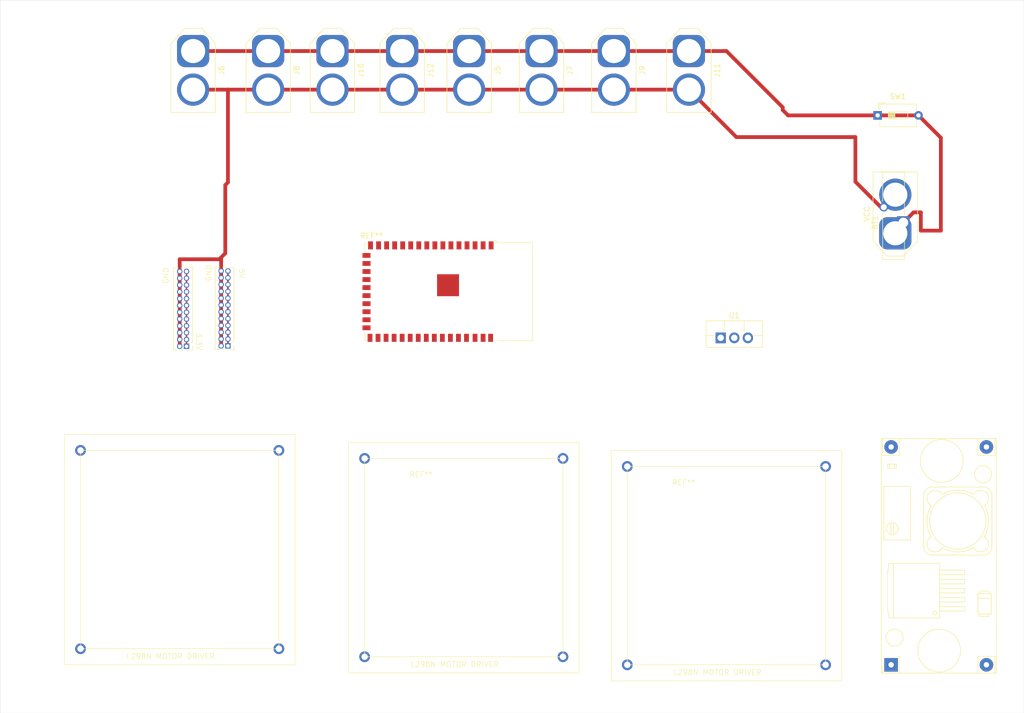
<source format=kicad_pcb>
(kicad_pcb (version 20240108) (generator "pcbnew") (generator_version "8.0")
  (layers (0 "F.Cu" signal) (31 "B.Cu" signal) (34 "B.Paste" user) (35 "F.Paste" user) (36 "B.SilkS" user "B.Silkscreen") (37 "F.SilkS" user "F.Silkscreen") (38 "B.Mask" user) (39 "F.Mask" user) (44 "Edge.Cuts" user))
  (net 0 "")
  (net 1 "/GND")
  (net 2 "/VCC")
  (net 3 "/3.3V")
  (net 4 "/5V")
  (footprint "Connector_AMASS:AMASS_XT60-M_1x02_P7.20mm_Vertical" (layer "F.Cu") (at 115.5 39.5 -90)
    (property "Reference" "J12" (at 3.6 -5.3 90) (layer "F.SilkS"))
    (property "Value" "ST_01x02")
    (fp_line (start -1.4 4.15) (end 11.45 4.15) (stroke (width 0.12)) (layer "F.SilkS"))
    (fp_line (start 11.45 4.15) (end 11.45 -4.15) (stroke (width 0.12)) (layer "F.SilkS"))
    (fp_line (start -4.25 1.55) (end -1.4 4.15) (stroke (width 0.12)) (layer "F.SilkS"))
    (fp_line (start -4.25 -1.6) (end -4.25 1.55) (stroke (width 0.12)) (layer "F.SilkS"))
    (fp_line (start -1.4 -4.15) (end -4.25 -1.6) (stroke (width 0.12)) (layer "F.SilkS"))
    (fp_line (start 11.45 -4.15) (end -1.4 -4.15) (stroke (width 0.12)) (layer "F.SilkS"))
    (pad "1" thru_hole roundrect (at 0 0 270) (size 6 6) (drill 4.5) (layers "*.Cu" "*.Mask") (net 2 "/VCC"))
    (pad "2" thru_hole circle (at 7.2 0 270) (size 6 6) (drill 4.5) (layers "*.Cu" "*.Mask") (net 1 "/GND"))
  )
  (footprint "motor_driver_nex6:motor_driver_nex6" (layer "F.Cu") (at 168 120.5)
    (property "Reference" "REF**" (at 0 -0.5 0) (layer "F.SilkS") (effects (font (thickness 0.1))))
    (fp_rect (start -13.5 -6.5) (end 29.5 36.5) (stroke (width 0.1)) (fill none) (layer "F.SilkS"))
    (fp_rect (start -10.5 -3.5) (end 26.5 33.5) (stroke (width 0.1)) (fill none) (layer "F.SilkS"))
    (fp_text user "L298N MOTOR DRIVER" (at -2 35.5 0) (layer "F.SilkS") (effects (font (thickness 0.1)) (justify left bottom)))
    (pad "1" thru_hole circle (at 26.5 -3.5) (size 2 2) (drill 1.2) (layers "*.Cu" "*.Mask"))
    (pad "2" thru_hole circle (at -10.5 -3.5) (size 2 2) (drill 1.2) (layers "*.Cu" "*.Mask"))
    (pad "3" thru_hole circle (at -10.5 33.5) (size 2 2) (drill 1.2) (layers "*.Cu" "*.Mask"))
    (pad "4" thru_hole circle (at 26.5 33.5) (size 2 2) (drill 1.2) (layers "*.Cu" "*.Mask"))
  )
  (footprint "Connector_AMASS:AMASS_XT60-M_1x02_P7.20mm_Vertical" (layer "F.Cu") (at 169 39.5 -90)
    (property "Reference" "J11" (at 3.6 -5.3 90) (layer "F.SilkS"))
    (property "Value" "ST_01x02")
    (fp_line (start -1.4 4.15) (end 11.45 4.15) (stroke (width 0.12)) (layer "F.SilkS"))
    (fp_line (start 11.45 4.15) (end 11.45 -4.15) (stroke (width 0.12)) (layer "F.SilkS"))
    (fp_line (start -4.25 1.55) (end -1.4 4.15) (stroke (width 0.12)) (layer "F.SilkS"))
    (fp_line (start -4.25 -1.6) (end -4.25 1.55) (stroke (width 0.12)) (layer "F.SilkS"))
    (fp_line (start -1.4 -4.15) (end -4.25 -1.6) (stroke (width 0.12)) (layer "F.SilkS"))
    (fp_line (start 11.45 -4.15) (end -1.4 -4.15) (stroke (width 0.12)) (layer "F.SilkS"))
    (pad "1" thru_hole roundrect (at 0 0 270) (size 6 6) (drill 4.5) (layers "*.Cu" "*.Mask") (net 2 "/VCC"))
    (pad "2" thru_hole circle (at 7.2 0 270) (size 6 6) (drill 4.5) (layers "*.Cu" "*.Mask") (net 1 "/GND"))
  )
  (footprint "RF_Module:ESP32-S2-WROVER" (layer "F.Cu") (at 120.325 84.375 -90)
    (property "Reference" "REF**" (at -10.41 10.53 0) (layer "F.SilkS"))
    (property "Value" "ESP32-S2-WROVER")
    (fp_line (start -9.12 11.8) (end -7.46 11.8) (stroke (width 0.12)) (layer "F.SilkS"))
    (fp_line (start 9.12 11.8) (end 7.46 11.8) (stroke (width 0.12)) (layer "F.SilkS"))
    (fp_line (start 9.12 11.54) (end 9.12 11.8) (stroke (width 0.12)) (layer "F.SilkS"))
    (fp_line (start -9.12 11.44) (end -9.12 11.8) (stroke (width 0.12)) (layer "F.SilkS"))
    (fp_line (start 9.13 -13.03) (end 9.13 -19.45) (stroke (width 0.12)) (layer "F.SilkS"))
    (fp_line (start -9.125 -13.2) (end -9.125 -19.45) (stroke (width 0.12)) (layer "F.SilkS"))
    (fp_line (start -9.125 -19.45) (end 9.13 -19.45) (stroke (width 0.12)) (layer "F.SilkS"))
    (fp_poly (pts (xy -9.125 -12.475) (xy -9.625 -12.475) (xy -9.125 -12.975) (xy -9.125 -12.475)) (stroke (width 0.12)) (fill solid) (layer "F.SilkS"))
    (pad "1" smd rect (at -8.625 -11.775 270) (size 1.5 0.9) (layers "F.Cu" "F.Paste" "F.Mask"))
    (pad "2" smd rect (at -8.625 -10.275 270) (size 1.5 0.9) (layers "F.Cu" "F.Paste" "F.Mask"))
    (pad "3" smd rect (at -8.625 -8.775 270) (size 1.5 0.9) (layers "F.Cu" "F.Paste" "F.Mask"))
    (pad "4" smd rect (at -8.625 -7.275 270) (size 1.5 0.9) (layers "F.Cu" "F.Paste" "F.Mask"))
    (pad "5" smd rect (at -8.625 -5.775 270) (size 1.5 0.9) (layers "F.Cu" "F.Paste" "F.Mask"))
    (pad "6" smd rect (at -8.625 -4.275 270) (size 1.5 0.9) (layers "F.Cu" "F.Paste" "F.Mask"))
    (pad "7" smd rect (at -8.625 -2.775 270) (size 1.5 0.9) (layers "F.Cu" "F.Paste" "F.Mask"))
    (pad "8" smd rect (at -8.625 -1.275 270) (size 1.5 0.9) (layers "F.Cu" "F.Paste" "F.Mask"))
    (pad "9" smd rect (at -8.625 0.225 270) (size 1.5 0.9) (layers "F.Cu" "F.Paste" "F.Mask"))
    (pad "10" smd rect (at -8.625 1.725 270) (size 1.5 0.9) (layers "F.Cu" "F.Paste" "F.Mask"))
    (pad "11" smd rect (at -8.625 3.225 270) (size 1.5 0.9) (layers "F.Cu" "F.Paste" "F.Mask"))
    (pad "12" smd rect (at -8.625 4.725 270) (size 1.5 0.9) (layers "F.Cu" "F.Paste" "F.Mask"))
    (pad "13" smd rect (at -8.625 6.225 270) (size 1.5 0.9) (layers "F.Cu" "F.Paste" "F.Mask"))
    (pad "14" smd rect (at -8.625 7.725 270) (size 1.5 0.9) (layers "F.Cu" "F.Paste" "F.Mask"))
    (pad "15" smd rect (at -8.625 9.225 90) (size 1.5 0.9) (layers "F.Cu" "F.Paste" "F.Mask"))
    (pad "16" smd rect (at -8.625 10.725 90) (size 1.5 0.9) (layers "F.Cu" "F.Paste" "F.Mask"))
    (pad "17" smd rect (at -6.75 11.475 270) (size 0.9 1.5) (layers "F.Cu" "F.Paste" "F.Mask"))
    (pad "18" smd rect (at -5.25 11.475 270) (size 0.9 1.5) (layers "F.Cu" "F.Paste" "F.Mask"))
    (pad "19" smd rect (at -3.75 11.475 270) (size 0.9 1.5) (layers "F.Cu" "F.Paste" "F.Mask"))
    (pad "20" smd rect (at -2.25 11.475 270) (size 0.9 1.5) (layers "F.Cu" "F.Paste" "F.Mask"))
    (pad "21" smd rect (at -0.75 11.475 270) (size 0.9 1.5) (layers "F.Cu" "F.Paste" "F.Mask"))
    (pad "22" smd rect (at 0.75 11.475 270) (size 0.9 1.5) (layers "F.Cu" "F.Paste" "F.Mask"))
    (pad "23" smd rect (at 2.25 11.475 270) (size 0.9 1.5) (layers "F.Cu" "F.Paste" "F.Mask"))
    (pad "24" smd rect (at 3.75 11.475 270) (size 0.9 1.5) (layers "F.Cu" "F.Paste" "F.Mask"))
    (pad "25" smd rect (at 5.25 11.475 270) (size 0.9 1.5) (layers "F.Cu" "F.Paste" "F.Mask"))
    (pad "26" smd rect (at 6.75 11.475 270) (size 0.9 1.5) (layers "F.Cu" "F.Paste" "F.Mask"))
    (pad "27" smd rect (at 8.625 10.825 270) (size 1.5 0.9) (layers "F.Cu" "F.Paste" "F.Mask"))
    (pad "28" smd rect (at 8.625 9.325 270) (size 1.5 0.9) (layers "F.Cu" "F.Paste" "F.Mask"))
    (pad "29" smd rect (at 8.625 7.825 270) (size 1.5 0.9) (layers "F.Cu" "F.Paste" "F.Mask"))
    (pad "30" smd rect (at 8.625 6.325 270) (size 1.5 0.9) (layers "F.Cu" "F.Paste" "F.Mask"))
    (pad "31" smd rect (at 8.625 4.825 270) (size 1.5 0.9) (layers "F.Cu" "F.Paste" "F.Mask"))
    (pad "32" smd rect (at 8.625 3.325 270) (size 1.5 0.9) (layers "F.Cu" "F.Paste" "F.Mask"))
    (pad "33" smd rect (at 8.625 1.825 270) (size 1.5 0.9) (layers "F.Cu" "F.Paste" "F.Mask"))
    (pad "34" smd rect (at 8.625 0.325 270) (size 1.5 0.9) (layers "F.Cu" "F.Paste" "F.Mask"))
    (pad "35" smd rect (at 8.625 -1.175 270) (size 1.5 0.9) (layers "F.Cu" "F.Paste" "F.Mask"))
    (pad "36" smd rect (at 8.625 -2.675 270) (size 1.5 0.9) (layers "F.Cu" "F.Paste" "F.Mask"))
    (pad "37" smd rect (at 8.625 -4.175 270) (size 1.5 0.9) (layers "F.Cu" "F.Paste" "F.Mask"))
    (pad "38" smd rect (at 8.625 -5.675 270) (size 1.5 0.9) (layers "F.Cu" "F.Paste" "F.Mask"))
    (pad "39" smd rect (at 8.625 -7.175 270) (size 1.5 0.9) (layers "F.Cu" "F.Paste" "F.Mask"))
    (pad "40" smd rect (at 8.625 -8.775 270) (size 1.5 0.9) (layers "F.Cu" "F.Paste" "F.Mask"))
    (pad "41" smd rect (at 8.625 -10.275 270) (size 1.5 0.9) (layers "F.Cu" "F.Paste" "F.Mask"))
    (pad "42" smd rect (at 8.625 -11.675 270) (size 1.5 0.9) (layers "F.Cu" "F.Paste" "F.Mask"))
    (pad "43" smd rect (at -1.19 -3.735 270) (size 4.1 4.1) (layers "F.Cu" "F.Paste" "F.Mask"))
  )
  (footprint "Connector_AMASS:AMASS_XT60-M_1x02_P7.20mm_Vertical" (layer "F.Cu") (at 155 39.5 -90)
    (property "Reference" "J9" (at 3.6 -5.3 90) (layer "F.SilkS"))
    (property "Value" "ST_01x02")
    (fp_line (start -1.4 4.15) (end 11.45 4.15) (stroke (width 0.12)) (layer "F.SilkS"))
    (fp_line (start 11.45 4.15) (end 11.45 -4.15) (stroke (width 0.12)) (layer "F.SilkS"))
    (fp_line (start -4.25 1.55) (end -1.4 4.15) (stroke (width 0.12)) (layer "F.SilkS"))
    (fp_line (start -4.25 -1.6) (end -4.25 1.55) (stroke (width 0.12)) (layer "F.SilkS"))
    (fp_line (start -1.4 -4.15) (end -4.25 -1.6) (stroke (width 0.12)) (layer "F.SilkS"))
    (fp_line (start 11.45 -4.15) (end -1.4 -4.15) (stroke (width 0.12)) (layer "F.SilkS"))
    (pad "1" thru_hole roundrect (at 0 0 270) (size 6 6) (drill 4.5) (layers "*.Cu" "*.Mask") (net 2 "/VCC"))
    (pad "2" thru_hole circle (at 7.2 0 270) (size 6 6) (drill 4.5) (layers "*.Cu" "*.Mask") (net 1 "/GND"))
  )
  (footprint "Connector_AMASS:AMASS_XT60-M_1x02_P7.20mm_Vertical" (layer "F.Cu") (at 102.5 39.5 -90)
    (property "Reference" "J10" (at 3.6 -5.3 90) (layer "F.SilkS"))
    (property "Value" "ST_01x02")
    (fp_line (start -1.4 4.15) (end 11.45 4.15) (stroke (width 0.12)) (layer "F.SilkS"))
    (fp_line (start 11.45 4.15) (end 11.45 -4.15) (stroke (width 0.12)) (layer "F.SilkS"))
    (fp_line (start -4.25 1.55) (end -1.4 4.15) (stroke (width 0.12)) (layer "F.SilkS"))
    (fp_line (start -4.25 -1.6) (end -4.25 1.55) (stroke (width 0.12)) (layer "F.SilkS"))
    (fp_line (start -1.4 -4.15) (end -4.25 -1.6) (stroke (width 0.12)) (layer "F.SilkS"))
    (fp_line (start 11.45 -4.15) (end -1.4 -4.15) (stroke (width 0.12)) (layer "F.SilkS"))
    (pad "1" thru_hole roundrect (at 0 0 270) (size 6 6) (drill 4.5) (layers "*.Cu" "*.Mask") (net 2 "/VCC"))
    (pad "2" thru_hole circle (at 7.2 0 270) (size 6 6) (drill 4.5) (layers "*.Cu" "*.Mask") (net 1 "/GND"))
  )
  (footprint "Connector_AMASS:AMASS_XT60-M_1x02_P7.20mm_Vertical" (layer "F.Cu") (at 141.5 39.5 -90)
    (property "Reference" "J7" (at 3.6 -5.3 90) (layer "F.SilkS"))
    (property "Value" "ST_01x02")
    (fp_line (start -1.4 4.15) (end 11.45 4.15) (stroke (width 0.12)) (layer "F.SilkS"))
    (fp_line (start 11.45 4.15) (end 11.45 -4.15) (stroke (width 0.12)) (layer "F.SilkS"))
    (fp_line (start -4.25 1.55) (end -1.4 4.15) (stroke (width 0.12)) (layer "F.SilkS"))
    (fp_line (start -4.25 -1.6) (end -4.25 1.55) (stroke (width 0.12)) (layer "F.SilkS"))
    (fp_line (start -1.4 -4.15) (end -4.25 -1.6) (stroke (width 0.12)) (layer "F.SilkS"))
    (fp_line (start 11.45 -4.15) (end -1.4 -4.15) (stroke (width 0.12)) (layer "F.SilkS"))
    (pad "1" thru_hole roundrect (at 0 0 270) (size 6 6) (drill 4.5) (layers "*.Cu" "*.Mask") (net 2 "/VCC"))
    (pad "2" thru_hole circle (at 7.2 0 270) (size 6 6) (drill 4.5) (layers "*.Cu" "*.Mask") (net 1 "/GND"))
  )
  (footprint "Battery:Battery_Panasonic_CR1632-V1AN_Vertical_CircularHoles" (layer "F.Cu") (at 209 71.5 90)
    (property "Reference" "BT1" (at 0 -5.3 90) (layer "F.SilkS"))
    (property "Value" "12V")
    (fp_line (start 3.94 -3.86) (end 9.41 -3.86) (stroke (width 0.12)) (layer "F.SilkS"))
    (fp_line (start -6.91 -3.86) (end 1.81 -3.86) (stroke (width 0.12)) (layer "F.SilkS"))
    (fp_line (start 9.41 0.21) (end 9.41 -3.86) (stroke (width 0.12)) (layer "F.SilkS"))
    (fp_line (start 1.44 0.21) (end 9.41 0.21) (stroke (width 0.12)) (layer "F.SilkS"))
    (fp_line (start -6.91 0.21) (end -6.91 -3.86) (stroke (width 0.12)) (layer "F.SilkS"))
    (fp_line (start -6.91 0.21) (end -1.43 0.21) (stroke (width 0.12)) (layer "F.SilkS"))
    (fp_text user "+" (at -2.01 -0.75 90) (layer "F.SilkS") (effects (font (size 1.5 1.5))))
    (pad "1" thru_hole rect (at 0 0 180) (size 2.35 2.35) (drill 1.82) (layers "*.Cu" "*.Mask") (net 2 "/VCC"))
    (pad "2" thru_hole circle (at 2.875 -3.65 90) (size 1.6 1.6) (drill 1.09) (layers "*.Cu" "*.Mask") (net 1 "/GND"))
  )
  (footprint "Connector_AMASS:AMASS_XT60-F_1x02_P7.20mm_Vertical" (layer "F.Cu") (at 207.5 73.5 90)
    (property "Reference" "VCC" (at 3.6 -5.3 90) (layer "F.SilkS"))
    (property "Value" "XT60-M")
    (fp_line (start 11.45 -4.15) (end -1.4 -4.15) (stroke (width 0.12)) (layer "F.SilkS"))
    (fp_line (start -1.4 -4.15) (end -4.25 -1.6) (stroke (width 0.12)) (layer "F.SilkS"))
    (fp_line (start -4.25 -1.6) (end -4.25 1.55) (stroke (width 0.12)) (layer "F.SilkS"))
    (fp_line (start -4.25 1.55) (end -1.4 4.15) (stroke (width 0.12)) (layer "F.SilkS"))
    (fp_line (start 11.45 4.15) (end 11.45 -4.15) (stroke (width 0.12)) (layer "F.SilkS"))
    (fp_line (start -1.4 4.15) (end 11.45 4.15) (stroke (width 0.12)) (layer "F.SilkS"))
    (pad "1" thru_hole roundrect (at 0 0 90) (size 6 6) (drill 4.5) (layers "*.Cu" "*.Mask"))
    (pad "2" thru_hole circle (at 7.2 0 90) (size 6 6) (drill 4.5) (layers "*.Cu" "*.Mask"))
  )
  (footprint "Connector_PinHeader_1.27mm:PinHeader_2x12_P1.27mm_Vertical" (layer "F.Cu") (at 83 94.5 180)
    (property "Reference" "J14" (hide yes))
    (property "Value" "Conn_02x12_Odd_Even")
    (fp_line (start 2.4 -0.695) (end 2.4 14.665) (stroke (width 0.12)) (layer "F.SilkS"))
    (fp_line (start 1.57753 14.665) (end 2.4 14.665) (stroke (width 0.12)) (layer "F.SilkS"))
    (fp_line (start 1.57753 -0.695) (end 2.4 -0.695) (stroke (width 0.12)) (layer "F.SilkS"))
    (fp_line (start 0.76 0.706529) (end 0.76 0.563471) (stroke (width 0.12)) (layer "F.SilkS"))
    (fp_line (start 0.76 -0.563471) (end 0.76 -0.695) (stroke (width 0.12)) (layer "F.SilkS"))
    (fp_line (start 0.76 -0.695) (end 0.96247 -0.695) (stroke (width 0.12)) (layer "F.SilkS"))
    (fp_line (start 0.563471 0.76) (end 0.706529 0.76) (stroke (width 0.12)) (layer "F.SilkS"))
    (fp_line (start 0.30753 14.665) (end 0.96247 14.665) (stroke (width 0.12)) (layer "F.SilkS"))
    (fp_line (start -1.13 14.665) (end -0.30753 14.665) (stroke (width 0.12)) (layer "F.SilkS"))
    (fp_line (start -1.13 0.76) (end -0.563471 0.76) (stroke (width 0.12)) (layer "F.SilkS"))
    (fp_line (start -1.13 0.76) (end -1.13 14.665) (stroke (width 0.12)) (layer "F.SilkS"))
    (fp_line (start -1.13 0) (end -1.13 -0.76) (stroke (width 0.12)) (layer "F.SilkS"))
    (fp_line (start -1.13 -0.76) (end 0 -0.76) (stroke (width 0.12)) (layer "F.SilkS"))
    (pad "1" thru_hole rect (at 0 0 180) (size 1 1) (drill 0.65) (layers "*.Cu" "*.Mask") (net 4 "/5V"))
    (pad "2" thru_hole oval (at 1.27 0 180) (size 1 1) (drill 0.65) (layers "*.Cu" "*.Mask") (net 1 "/GND"))
    (pad "3" thru_hole oval (at 0 1.27 180) (size 1 1) (drill 0.65) (layers "*.Cu" "*.Mask") (net 4 "/5V"))
    (pad "4" thru_hole oval (at 1.27 1.27 180) (size 1 1) (drill 0.65) (layers "*.Cu" "*.Mask") (net 1 "/GND"))
    (pad "5" thru_hole oval (at 0 2.54 180) (size 1 1) (drill 0.65) (layers "*.Cu" "*.Mask") (net 4 "/5V"))
    (pad "6" thru_hole oval (at 1.27 2.54 180) (size 1 1) (drill 0.65) (layers "*.Cu" "*.Mask") (net 1 "/GND"))
    (pad "7" thru_hole oval (at 0 3.81 180) (size 1 1) (drill 0.65) (layers "*.Cu" "*.Mask") (net 4 "/5V"))
    (pad "8" thru_hole oval (at 1.27 3.81 180) (size 1 1) (drill 0.65) (layers "*.Cu" "*.Mask") (net 1 "/GND"))
    (pad "9" thru_hole oval (at 0 5.08 180) (size 1 1) (drill 0.65) (layers "*.Cu" "*.Mask") (net 4 "/5V"))
    (pad "10" thru_hole oval (at 1.27 5.08 180) (size 1 1) (drill 0.65) (layers "*.Cu" "*.Mask") (net 1 "/GND"))
    (pad "11" thru_hole oval (at 0 6.35 180) (size 1 1) (drill 0.65) (layers "*.Cu" "*.Mask") (net 4 "/5V"))
    (pad "12" thru_hole oval (at 1.27 6.35 180) (size 1 1) (drill 0.65) (layers "*.Cu" "*.Mask") (net 1 "/GND"))
    (pad "13" thru_hole oval (at 0 7.62 180) (size 1 1) (drill 0.65) (layers "*.Cu" "*.Mask") (net 4 "/5V"))
    (pad "14" thru_hole oval (at 1.27 7.62 180) (size 1 1) (drill 0.65) (layers "*.Cu" "*.Mask") (net 1 "/GND"))
    (pad "15" thru_hole oval (at 0 8.89 180) (size 1 1) (drill 0.65) (layers "*.Cu" "*.Mask") (net 4 "/5V"))
    (pad "16" thru_hole oval (at 1.27 8.89 180) (size 1 1) (drill 0.65) (layers "*.Cu" "*.Mask") (net 1 "/GND"))
    (pad "17" thru_hole oval (at 0 10.16 180) (size 1 1) (drill 0.65) (layers "*.Cu" "*.Mask") (net 4 "/5V"))
    (pad "18" thru_hole oval (at 1.27 10.16 180) (size 1 1) (drill 0.65) (layers "*.Cu" "*.Mask") (net 1 "/GND"))
    (pad "19" thru_hole oval (at 0 11.43 180) (size 1 1) (drill 0.65) (layers "*.Cu" "*.Mask") (net 4 "/5V"))
    (pad "20" thru_hole oval (at 1.27 11.43 180) (size 1 1) (drill 0.65) (layers "*.Cu" "*.Mask") (net 1 "/GND"))
    (pad "21" thru_hole oval (at 0 12.7 180) (size 1 1) (drill 0.65) (layers "*.Cu" "*.Mask") (net 4 "/5V"))
    (pad "22" thru_hole oval (at 1.27 12.7 180) (size 1 1) (drill 0.65) (layers "*.Cu" "*.Mask") (net 1 "/GND"))
    (pad "23" thru_hole oval (at 0 13.97 180) (size 1 1) (drill 0.65) (layers "*.Cu" "*.Mask") (net 4 "/5V"))
    (pad "24" thru_hole oval (at 1.27 13.97 180) (size 1 1) (drill 0.65) (layers "*.Cu" "*.Mask") (net 1 "/GND"))
  )
  (footprint "buck_converter_nex6:YAAJ_DCDC_StepDown_LM2596" (layer "F.Cu") (at 206.72 154 90)
    (property "Reference" "REF**" (hide yes))
    (property "Value" "YAAJ_DCDC_StepDown_LM2596")
    (fp_line (start 42.195 -1.835) (end -1.555 -1.835) (stroke (width 0.12)) (layer "F.SilkS"))
    (fp_line (start -1.555 -1.835) (end -1.555 19.615) (stroke (width 0.12)) (layer "F.SilkS"))
    (fp_line (start 39.06 -1.58) (end 42.175 -1.58) (stroke (width 0.12)) (layer "F.SilkS"))
    (fp_line (start -1.55 -1.58) (end -0.25 -1.58) (stroke (width 0.12)) (layer "F.SilkS"))
    (fp_line (start 31.942312 -1.368705) (end 31.908357 -1.368705) (stroke (width 0.12)) (layer "F.SilkS"))
    (fp_line (start 31.858978 -1.368705) (end 31.814106 -1.368705) (stroke (width 0.12)) (layer "F.SilkS"))
    (fp_line (start 23.349783 -1.367705) (end 33.249783 -1.367705) (stroke (width 0.12)) (layer "F.SilkS"))
    (fp_line (start 33.299783 -1.317705) (end 33.299783 3.582294) (stroke (width 0.12)) (layer "F.SilkS"))
    (fp_line (start 17.260233 -0.653329) (end 18.910233 -0.36239) (stroke (width 0.12)) (layer "F.SilkS"))
    (fp_line (start 10.400233 -0.653329) (end 17.260233 -0.653329) (stroke (width 0.12)) (layer "F.SilkS"))
    (fp_line (start 37.448681 -0.619704) (end 36.648681 -0.619704) (stroke (width 0.12)) (layer "F.SilkS"))
    (fp_line (start 37.448681 -0.619704) (end 37.448681 0.980295) (stroke (width 0.12)) (layer "F.SilkS"))
    (fp_line (start 8.750233 -0.36239) (end 10.400233 -0.653329) (stroke (width 0.12)) (layer "F.SilkS"))
    (fp_line (start 36.648681 -0.299704) (end 37.448681 -0.299704) (stroke (width 0.12)) (layer "F.SilkS"))
    (fp_line (start 24.336385 -0.0491) (end 24.360553 -0.017705) (stroke (width 0.12)) (layer "F.SilkS"))
    (fp_line (start 26.439014 -0.017705) (end 24.360553 -0.017705) (stroke (width 0.12)) (layer "F.SilkS"))
    (fp_line (start 24.348594 0.007294) (end 24.355764 -0.023925) (stroke (width 0.12)) (layer "F.SilkS"))
    (fp_line (start 24.348594 0.007294) (end 24.360553 -0.017705) (stroke (width 0.12)) (layer "F.SilkS"))
    (fp_line (start 24.348594 0.007294) (end 24.324147 0.002062) (stroke (width 0.12)) (layer "F.SilkS"))
    (fp_line (start 18.910233 0.42667) (end 8.750233 0.42667) (stroke (width 0.12)) (layer "F.SilkS"))
    (fp_line (start 24.360553 0.482294) (end 26.439014 0.482294) (stroke (width 0.12)) (layer "F.SilkS"))
    (fp_line (start 37.448681 0.660295) (end 36.648681 0.660295) (stroke (width 0.12)) (layer "F.SilkS"))
    (fp_line (start 37.448681 0.980295) (end 36.648681 0.980295) (stroke (width 0.12)) (layer "F.SilkS"))
    (fp_line (start 36.648681 0.980295) (end 36.648681 -0.619704) (stroke (width 0.12)) (layer "F.SilkS"))
    (fp_line (start 8.749233 1.004149) (end 8.749233 1.165687) (stroke (width 0.12)) (layer "F.SilkS"))
    (fp_line (start 1.58 1.27) (end 1.58 1.58) (stroke (width 0.12)) (layer "F.SilkS"))
    (fp_line (start -1.55 1.575) (end 1.58 1.58) (stroke (width 0.12)) (layer "F.SilkS"))
    (fp_line (start 39.06 1.58) (end 39.06 -1.58) (stroke (width 0.12)) (layer "F.SilkS"))
    (fp_line (start 39.06 1.58) (end 42.22 1.58) (stroke (width 0.12)) (layer "F.SilkS"))
    (fp_line (start 23.299783 3.582294) (end 23.299783 -1.317705) (stroke (width 0.12)) (layer "F.SilkS"))
    (fp_line (start 33.249783 3.632294) (end 23.349783 3.632294) (stroke (width 0.12)) (layer "F.SilkS"))
    (fp_line (start 31.667397 6.085796) (end 21.967397 6.085796) (stroke (width 0.12)) (layer "F.SilkS"))
    (fp_line (start 20.467397 7.585796) (end 20.467397 17.285796) (stroke (width 0.12)) (layer "F.SilkS"))
    (fp_line (start 18.910233 8.989106) (end 18.910233 -0.36239) (stroke (width 0.12)) (layer "F.SilkS"))
    (fp_line (start 8.750233 8.989106) (end 8.750233 -0.36239) (stroke (width 0.12)) (layer "F.SilkS"))
    (fp_line (start 8.750233 8.989106) (end 8.827797 9.06667) (stroke (width 0.12)) (layer "F.SilkS"))
    (fp_line (start 18.83267 9.06667) (end 18.910233 8.989106) (stroke (width 0.12)) (layer "F.SilkS"))
    (fp_line (start 8.827797 9.06667) (end 18.83267 9.06667) (stroke (width 0.12)) (layer "F.SilkS"))
    (fp_line (start 17.650233 13.69667) (end 17.650233 9.06667) (stroke (width 0.12)) (layer "F.SilkS"))
    (fp_line (start 16.810233 13.69667) (end 16.810233 9.06667) (stroke (width 0.12)) (layer "F.SilkS"))
    (fp_line (start 16.810233 13.69667) (end 17.650233 13.69667) (stroke (width 0.12)) (layer "F.SilkS"))
    (fp_line (start 15.950233 13.69667) (end 15.950233 9.06667) (stroke (width 0.12)) (layer "F.SilkS"))
    (fp_line (start 15.110233 13.69667) (end 15.110233 9.06667) (stroke (width 0.12)) (layer "F.SilkS"))
    (fp_line (start 15.110233 13.69667) (end 15.950233 13.69667) (stroke (width 0.12)) (layer "F.SilkS"))
    (fp_line (start 14.250233 13.69667) (end 14.250233 9.06667) (stroke (width 0.12)) (layer "F.SilkS"))
    (fp_line (start 13.410233 13.69667) (end 13.410233 9.06667) (stroke (width 0.12)) (layer "F.SilkS"))
    (fp_line (start 13.410233 13.69667) (end 14.250233 13.69667) (stroke (width 0.12)) (layer "F.SilkS"))
    (fp_line (start 12.550233 13.69667) (end 12.550233 9.06667) (stroke (width 0.12)) (layer "F.SilkS"))
    (fp_line (start 11.710233 13.69667) (end 11.710233 9.06667) (stroke (width 0.12)) (layer "F.SilkS"))
    (fp_line (start 11.710233 13.69667) (end 12.550233 13.69667) (stroke (width 0.12)) (layer "F.SilkS"))
    (fp_line (start 10.850233 13.69667) (end 10.850233 9.06667) (stroke (width 0.12)) (layer "F.SilkS"))
    (fp_line (start 10.010233 13.69667) (end 10.010233 9.06667) (stroke (width 0.12)) (layer "F.SilkS"))
    (fp_line (start 10.010233 13.69667) (end 10.850233 13.69667) (stroke (width 0.12)) (layer "F.SilkS"))
    (fp_line (start 9.581636 16.183217) (end 13.181636 16.183217) (stroke (width 0.12)) (layer "F.SilkS"))
    (fp_line (start 39.06 16.2) (end 42.175 16.2) (stroke (width 0.12)) (layer "F.SilkS"))
    (fp_line (start 1.58 16.2) (end 1.58 19.36) (stroke (width 0.12)) (layer "F.SilkS"))
    (fp_line (start -1.55 16.2) (end 1.58 16.2) (stroke (width 0.12)) (layer "F.SilkS"))
    (fp_line (start 13.281636 16.283217) (end 13.281636 18.583217) (stroke (width 0.12)) (layer "F.SilkS"))
    (fp_line (start 12.411358 16.283217) (end 12.411358 18.583217) (stroke (width 0.12)) (layer "F.SilkS"))
    (fp_line (start 13.731636 16.558217) (end 13.731636 18.308217) (stroke (width 0.12)) (layer "F.SilkS"))
    (fp_line (start 13.281636 16.558217) (end 13.731636 16.558217) (stroke (width 0.12)) (layer "F.SilkS"))
    (fp_line (start 9.031636 16.558217) (end 9.481636 16.558217) (stroke (width 0.12)) (layer "F.SilkS"))
    (fp_line (start 13.282636 16.794696) (end 13.282636 16.700144) (stroke (width 0.12)) (layer "F.SilkS"))
    (fp_line (start 33.167397 17.285796) (end 33.167397 7.585796) (stroke (width 0.12)) (layer "F.SilkS"))
    (fp_line (start 13.731636 18.308217) (end 13.281636 18.308217) (stroke (width 0.12)) (layer "F.SilkS"))
    (fp_line (start 9.481636 18.308217) (end 9.031636 18.308217) (stroke (width 0.12)) (layer "F.SilkS"))
    (fp_line (start 9.031636 18.308217) (end 9.031636 16.558217) (stroke (width 0.12)) (layer "F.SilkS"))
    (fp_line (start 9.481636 18.583217) (end 9.481636 16.283217) (stroke (width 0.12)) (layer "F.SilkS"))
    (fp_line (start 13.181636 18.683217) (end 9.581636 18.683217) (stroke (width 0.12)) (layer "F.SilkS"))
    (fp_line (start 21.967397 18.785796) (end 31.667397 18.785796) (stroke (width 0.12)) (layer "F.SilkS"))
    (fp_line (start 39.06 19.36) (end 39.06 16.2) (stroke (width 0.12)) (layer "F.SilkS"))
    (fp_line (start 39.06 19.36) (end 42.175 19.36) (stroke (width 0.12)) (layer "F.SilkS"))
    (fp_line (start -1.55 19.36) (end 1.58 19.36) (stroke (width 0.12)) (layer "F.SilkS"))
    (fp_line (start 42.195 19.615) (end 42.195 -1.835) (stroke (width 0.12)) (layer "F.SilkS"))
    (fp_line (start -1.555 19.615) (end 42.195 19.615) (stroke (width 0.12)) (layer "F.SilkS"))
    (fp_arc (start 33.249783 -1.367705) (mid 33.285151 -1.353067) (end 33.299783 -1.317705) (stroke (width 0.12)) (layer "F.SilkS"))
    (fp_arc (start 23.299783 -1.317705) (mid 23.314428 -1.353063) (end 23.349783 -1.367705) (stroke (width 0.12)) (layer "F.SilkS"))
    (fp_arc (start 24.324148 0.462527) (mid 26.469639 -0.023582) (end 24.336385 0.51369) (stroke (width 0.12)) (layer "F.SilkS"))
    (fp_arc (start 33.299783 3.582294) (mid 33.285139 3.617647) (end 33.249783 3.632294) (stroke (width 0.12)) (layer "F.SilkS"))
    (fp_arc (start 23.349783 3.632294) (mid 23.314441 3.617643) (end 23.299783 3.582294) (stroke (width 0.12)) (layer "F.SilkS"))
    (fp_arc (start 31.667397 6.085796) (mid 32.728061 6.525135) (end 33.167397 7.585796) (stroke (width 0.12)) (layer "F.SilkS"))
    (fp_arc (start 29.787183 7.399531) (mid 29.726945 7.443551) (end 29.653011 7.433617) (stroke (width 0.12)) (layer "F.SilkS"))
    (fp_arc (start 29.787183 7.399531) (mid 32.120655 7.132547) (end 31.853662 9.466011) (stroke (width 0.12)) (layer "F.SilkS"))
    (fp_arc (start 23.981784 7.433617) (mid 26.817398 6.685796) (end 29.653011 7.433617) (stroke (width 0.12)) (layer "F.SilkS"))
    (fp_arc (start 23.981783 7.433617) (mid 23.907854 7.443509) (end 23.847611 7.399531) (stroke (width 0.12)) (layer "F.SilkS"))
    (fp_arc (start 20.467397 7.585796) (mid 20.906738 6.525137) (end 21.967397 6.085796) (stroke (width 0.12)) (layer "F.SilkS"))
    (fp_arc (start 21.781131 9.46601) (mid 21.825179 9.52623) (end 21.815218 9.600183) (stroke (width 0.12)) (layer "F.SilkS"))
    (fp_arc (start 21.781132 9.466011) (mid 21.514101 7.132501) (end 23.847611 7.399531) (stroke (width 0.12)) (layer "F.SilkS"))
    (fp_arc (start 31.819576 9.600183) (mid 32.567399 12.435797) (end 31.819576 15.27141) (stroke (width 0.12)) (layer "F.SilkS"))
    (fp_arc (start 31.819577 9.600184) (mid 31.809685 9.526255) (end 31.853662 9.466011) (stroke (width 0.12)) (layer "F.SilkS"))
    (fp_arc (start 21.815217 15.271409) (mid 21.825126 15.345337) (end 21.781132 15.405582) (stroke (width 0.12)) (layer "F.SilkS"))
    (fp_arc (start 21.815218 15.27141) (mid 21.067399 12.435797) (end 21.815218 9.600183) (stroke (width 0.12)) (layer "F.SilkS"))
    (fp_arc (start 31.853662 15.405582) (mid 32.120701 17.739101) (end 29.787183 17.472062) (stroke (width 0.12)) (layer "F.SilkS"))
    (fp_arc (start 31.853663 15.405583) (mid 31.809646 15.345344) (end 31.819576 15.27141) (stroke (width 0.12)) (layer "F.SilkS"))
    (fp_arc (start 13.181636 16.183217) (mid 13.252317 16.21252) (end 13.281636 16.283217) (stroke (width 0.12)) (layer "F.SilkS"))
    (fp_arc (start 9.481636 16.283217) (mid 9.510921 16.212508) (end 9.581636 16.183217) (stroke (width 0.12)) (layer "F.SilkS"))
    (fp_arc (start 33.167397 17.285796) (mid 32.728058 18.346458) (end 31.667397 18.785796) (stroke (width 0.12)) (layer "F.SilkS"))
    (fp_arc (start 29.653011 17.437976) (mid 26.817397 18.185797) (end 23.981783 17.437976) (stroke (width 0.12)) (layer "F.SilkS"))
    (fp_arc (start 29.653011 17.437976) (mid 29.726938 17.428069) (end 29.787183 17.472062) (stroke (width 0.12)) (layer "F.SilkS"))
    (fp_arc (start 23.847611 17.472062) (mid 21.514153 17.739048) (end 21.781132 15.405582) (stroke (width 0.12)) (layer "F.SilkS"))
    (fp_arc (start 23.847611 17.472062) (mid 23.90785 17.428041) (end 23.981783 17.437976) (stroke (width 0.12)) (layer "F.SilkS"))
    (fp_arc (start 13.281636 18.583217) (mid 13.252343 18.653929) (end 13.181636 18.683217) (stroke (width 0.12)) (layer "F.SilkS"))
    (fp_arc (start 9.581636 18.683217) (mid 9.510896 18.653941) (end 9.481636 18.583217) (stroke (width 0.12)) (layer "F.SilkS"))
    (fp_arc (start 21.967397 18.785796) (mid 20.90674 18.346455) (end 20.467397 17.285796) (stroke (width 0.12)) (layer "F.SilkS"))
    (fp_circle (center 5.08 0.635) (end 6.678999 0.635) (stroke (width 0.12)) (fill none) (layer "F.SilkS"))
    (fp_circle (center 9.673179 8.154594) (end 10.048179 8.154594) (stroke (width 0.12)) (fill none) (layer "F.SilkS"))
    (fp_circle (center 2.646666 8.957418) (end 6.646666 8.957418) (stroke (width 0.12)) (fill none) (layer "F.SilkS"))
    (fp_circle (center 38.029307 9.455206) (end 42.029307 9.455206) (stroke (width 0.12)) (fill none) (layer "F.SilkS"))
    (fp_circle (center 26.817397 12.435796) (end 32.067397 12.435796) (stroke (width 0.12)) (fill none) (layer "F.SilkS"))
    (fp_circle (center 35.56 17.145) (end 37.159 17.145) (stroke (width 0.12)) (fill none) (layer "F.SilkS"))
    (pad "1" thru_hole rect (at 0 0 90) (size 2.54 2.54) (drill 1) (layers "*.Cu" "*.Mask"))
    (pad "2" thru_hole circle (at 0 17.78 90) (size 2.54 2.54) (drill 1) (layers "*.Cu" "*.Mask"))
    (pad "3" thru_hole circle (at 40.64 17.78 90) (size 2.54 2.54) (drill 1) (layers "*.Cu" "*.Mask"))
    (pad "4" thru_hole circle (at 40.64 0 90) (size 2.54 2.54) (drill 1) (layers "*.Cu" "*.Mask"))
  )
  (footprint "Package_TO_SOT_THT:TO-220F-3_Vertical" (layer "F.Cu") (at 174.92 93)
    (property "Reference" "U1" (at 2.54 -4.1675 0) (layer "F.SilkS"))
    (property "Value" "LM1117T-3.3")
    (fp_line (start -2.71 -3.168) (end -2.71 1.773) (stroke (width 0.12)) (layer "F.SilkS"))
    (fp_line (start -2.71 -3.168) (end 7.79 -3.168) (stroke (width 0.12)) (layer "F.SilkS"))
    (fp_line (start -2.71 -0.408) (end -1.103 -0.408) (stroke (width 0.12)) (layer "F.SilkS"))
    (fp_line (start -2.71 1.773) (end 7.79 1.773) (stroke (width 0.12)) (layer "F.SilkS"))
    (fp_line (start 0.69 -3.168) (end 0.69 -1.15) (stroke (width 0.12)) (layer "F.SilkS"))
    (fp_line (start 1.103 -0.408) (end 1.438 -0.408) (stroke (width 0.12)) (layer "F.SilkS"))
    (fp_line (start 3.643 -0.408) (end 3.978 -0.408) (stroke (width 0.12)) (layer "F.SilkS"))
    (fp_line (start 4.391 -3.168) (end 4.391 -1.15) (stroke (width 0.12)) (layer "F.SilkS"))
    (fp_line (start 6.183 -0.408) (end 7.79 -0.408) (stroke (width 0.12)) (layer "F.SilkS"))
    (fp_line (start 7.79 -3.168) (end 7.79 1.773) (stroke (width 0.12)) (layer "F.SilkS"))
    (pad "1" thru_hole rect (at 0 0) (size 1.905 2) (drill 1.2) (layers "*.Cu" "*.Mask"))
    (pad "2" thru_hole oval (at 2.54 0) (size 1.905 2) (drill 1.2) (layers "*.Cu" "*.Mask"))
    (pad "3" thru_hole oval (at 5.08 0) (size 1.905 2) (drill 1.2) (layers "*.Cu" "*.Mask"))
  )
  (footprint "Connector_AMASS:AMASS_XT60-M_1x02_P7.20mm_Vertical" (layer "F.Cu") (at 90.5 39.5 -90)
    (property "Reference" "J8" (at 3.6 -5.3 90) (layer "F.SilkS"))
    (property "Value" "ST_01x02")
    (fp_line (start -1.4 4.15) (end 11.45 4.15) (stroke (width 0.12)) (layer "F.SilkS"))
    (fp_line (start 11.45 4.15) (end 11.45 -4.15) (stroke (width 0.12)) (layer "F.SilkS"))
    (fp_line (start -4.25 1.55) (end -1.4 4.15) (stroke (width 0.12)) (layer "F.SilkS"))
    (fp_line (start -4.25 -1.6) (end -4.25 1.55) (stroke (width 0.12)) (layer "F.SilkS"))
    (fp_line (start -1.4 -4.15) (end -4.25 -1.6) (stroke (width 0.12)) (layer "F.SilkS"))
    (fp_line (start 11.45 -4.15) (end -1.4 -4.15) (stroke (width 0.12)) (layer "F.SilkS"))
    (pad "1" thru_hole roundrect (at 0 0 270) (size 6 6) (drill 4.5) (layers "*.Cu" "*.Mask") (net 2 "/VCC"))
    (pad "2" thru_hole circle (at 7.2 0 270) (size 6 6) (drill 4.5) (layers "*.Cu" "*.Mask") (net 1 "/GND"))
  )
  (footprint "motor_driver_nex6:motor_driver_nex6" (layer "F.Cu") (at 119 119)
    (property "Reference" "REF**" (at 0 -0.5 0) (layer "F.SilkS") (effects (font (thickness 0.1))))
    (property "Value" "motor_driver_nex6")
    (fp_rect (start -13.5 -6.5) (end 29.5 36.5) (stroke (width 0.1)) (fill none) (layer "F.SilkS"))
    (fp_rect (start -10.5 -3.5) (end 26.5 33.5) (stroke (width 0.1)) (fill none) (layer "F.SilkS"))
    (fp_text user "L298N MOTOR DRIVER" (at -2 35.5 0) (layer "F.SilkS") (effects (font (thickness 0.1)) (justify left bottom)))
    (pad "1" thru_hole circle (at 26.5 -3.5) (size 2 2) (drill 1.2) (layers "*.Cu" "*.Mask"))
    (pad "2" thru_hole circle (at -10.5 -3.5) (size 2 2) (drill 1.2) (layers "*.Cu" "*.Mask"))
    (pad "3" thru_hole circle (at -10.5 33.5) (size 2 2) (drill 1.2) (layers "*.Cu" "*.Mask"))
    (pad "4" thru_hole circle (at 26.5 33.5) (size 2 2) (drill 1.2) (layers "*.Cu" "*.Mask"))
  )
  (footprint "motor_driver_nex6:motor_driver_nex6" (layer "F.Cu") (at 66 117.5)
    (property "Reference" "REF**" (hide yes))
    (property "Value" "motor_driver_nex6")
    (fp_rect (start -13.5 -6.5) (end 29.5 36.5) (stroke (width 0.1)) (fill none) (layer "F.SilkS"))
    (fp_rect (start -10.5 -3.5) (end 26.5 33.5) (stroke (width 0.1)) (fill none) (layer "F.SilkS"))
    (fp_text user "L298N MOTOR DRIVER" (at -2 35.5 0) (layer "F.SilkS") (effects (font (thickness 0.1)) (justify left bottom)))
    (pad "1" thru_hole circle (at 26.5 -3.5) (size 2 2) (drill 1.2) (layers "*.Cu" "*.Mask"))
    (pad "2" thru_hole circle (at -10.5 -3.5) (size 2 2) (drill 1.2) (layers "*.Cu" "*.Mask"))
    (pad "3" thru_hole circle (at -10.5 33.5) (size 2 2) (drill 1.2) (layers "*.Cu" "*.Mask"))
    (pad "4" thru_hole circle (at 26.5 33.5) (size 2 2) (drill 1.2) (layers "*.Cu" "*.Mask"))
  )
  (footprint "Button_Switch_THT:SW_DIP_SPSTx01_Slide_6.7x4.1mm_W7.62mm_P2.54mm_LowProfile" (layer "F.Cu") (at 204.2 51.5)
    (property "Reference" "SW1" (at 3.8 -3.5 0) (layer "F.SilkS"))
    (property "Value" "SW_SPST")
    (fp_line (start 0.16 -2.35) (end 0.16 -1.04) (stroke (width 0.12)) (layer "F.SilkS"))
    (fp_line (start 0.16 -2.35) (end 1.543 -2.35) (stroke (width 0.12)) (layer "F.SilkS"))
    (fp_line (start 0.4 -2.11) (end 0.4 -1.04) (stroke (width 0.12)) (layer "F.SilkS"))
    (fp_line (start 0.4 -2.11) (end 7.221 -2.11) (stroke (width 0.12)) (layer "F.SilkS"))
    (fp_line (start 0.4 1.04) (end 0.4 2.11) (stroke (width 0.12)) (layer "F.SilkS"))
    (fp_line (start 0.4 2.11) (end 7.221 2.11) (stroke (width 0.12)) (layer "F.SilkS"))
    (fp_line (start 2 -0.635) (end 2 0.635) (stroke (width 0.12)) (layer "F.SilkS"))
    (fp_line (start 2 -0.515) (end 3.206667 -0.515) (stroke (width 0.12)) (layer "F.SilkS"))
    (fp_line (start 2 -0.395) (end 3.206667 -0.395) (stroke (width 0.12)) (layer "F.SilkS"))
    (fp_line (start 2 -0.275) (end 3.206667 -0.275) (stroke (width 0.12)) (layer "F.SilkS"))
    (fp_line (start 2 -0.155) (end 3.206667 -0.155) (stroke (width 0.12)) (layer "F.SilkS"))
    (fp_line (start 2 -0.035) (end 3.206667 -0.035) (stroke (width 0.12)) (layer "F.SilkS"))
    (fp_line (start 2 0.085) (end 3.206667 0.085) (stroke (width 0.12)) (layer "F.SilkS"))
    (fp_line (start 2 0.205) (end 3.206667 0.205) (stroke (width 0.12)) (layer "F.SilkS"))
    (fp_line (start 2 0.325) (end 3.206667 0.325) (stroke (width 0.12)) (layer "F.SilkS"))
    (fp_line (start 2 0.445) (end 3.206667 0.445) (stroke (width 0.12)) (layer "F.SilkS"))
    (fp_line (start 2 0.565) (end 3.206667 0.565) (stroke (width 0.12)) (layer "F.SilkS"))
    (fp_line (start 2 0.635) (end 5.62 0.635) (stroke (width 0.12)) (layer "F.SilkS"))
    (fp_line (start 3.206667 -0.635) (end 3.206667 0.635) (stroke (width 0.12)) (layer "F.SilkS"))
    (fp_line (start 5.62 -0.635) (end 2 -0.635) (stroke (width 0.12)) (layer "F.SilkS"))
    (fp_line (start 5.62 0.635) (end 5.62 -0.635) (stroke (width 0.12)) (layer "F.SilkS"))
    (fp_line (start 7.221 -2.11) (end 7.221 -0.99) (stroke (width 0.12)) (layer "F.SilkS"))
    (fp_line (start 7.221 0.99) (end 7.221 2.11) (stroke (width 0.12)) (layer "F.SilkS"))
    (pad "1" thru_hole rect (at 0 0) (size 1.6 1.6) (drill 0.8) (layers "*.Cu" "*.Mask") (net 2 "/VCC"))
    (pad "2" thru_hole oval (at 7.62 0) (size 1.6 1.6) (drill 0.8) (layers "*.Cu" "*.Mask") (net 2 "/VCC"))
  )
  (footprint "Connector_AMASS:AMASS_XT60-M_1x02_P7.20mm_Vertical" (layer "F.Cu") (at 76.5 39.5 -90)
    (property "Reference" "J6" (at 3.6 -5.3 90) (layer "F.SilkS"))
    (property "Value" "ST_01x02")
    (fp_line (start -1.4 4.15) (end 11.45 4.15) (stroke (width 0.12)) (layer "F.SilkS"))
    (fp_line (start 11.45 4.15) (end 11.45 -4.15) (stroke (width 0.12)) (layer "F.SilkS"))
    (fp_line (start -4.25 1.55) (end -1.4 4.15) (stroke (width 0.12)) (layer "F.SilkS"))
    (fp_line (start -4.25 -1.6) (end -4.25 1.55) (stroke (width 0.12)) (layer "F.SilkS"))
    (fp_line (start -1.4 -4.15) (end -4.25 -1.6) (stroke (width 0.12)) (layer "F.SilkS"))
    (fp_line (start 11.45 -4.15) (end -1.4 -4.15) (stroke (width 0.12)) (layer "F.SilkS"))
    (pad "1" thru_hole roundrect (at 0 0 270) (size 6 6) (drill 4.5) (layers "*.Cu" "*.Mask") (net 2 "/VCC"))
    (pad "2" thru_hole circle (at 7.2 0 270) (size 6 6) (drill 4.5) (layers "*.Cu" "*.Mask") (net 1 "/GND"))
  )
  (footprint "Connector_PinHeader_1.27mm:PinHeader_2x12_P1.27mm_Vertical" (layer "F.Cu") (at 75.27 94.58 180)
    (property "Reference" "J2" (hide yes))
    (property "Value" "Conn_02x12_Odd_Even")
    (fp_line (start 2.4 -0.695) (end 2.4 14.665) (stroke (width 0.12)) (layer "F.SilkS"))
    (fp_line (start 1.57753 14.665) (end 2.4 14.665) (stroke (width 0.12)) (layer "F.SilkS"))
    (fp_line (start 1.57753 -0.695) (end 2.4 -0.695) (stroke (width 0.12)) (layer "F.SilkS"))
    (fp_line (start 0.76 0.706529) (end 0.76 0.563471) (stroke (width 0.12)) (layer "F.SilkS"))
    (fp_line (start 0.76 -0.563471) (end 0.76 -0.695) (stroke (width 0.12)) (layer "F.SilkS"))
    (fp_line (start 0.76 -0.695) (end 0.96247 -0.695) (stroke (width 0.12)) (layer "F.SilkS"))
    (fp_line (start 0.563471 0.76) (end 0.706529 0.76) (stroke (width 0.12)) (layer "F.SilkS"))
    (fp_line (start 0.30753 14.665) (end 0.96247 14.665) (stroke (width 0.12)) (layer "F.SilkS"))
    (fp_line (start -1.13 14.665) (end -0.30753 14.665) (stroke (width 0.12)) (layer "F.SilkS"))
    (fp_line (start -1.13 0.76) (end -0.563471 0.76) (stroke (width 0.12)) (layer "F.SilkS"))
    (fp_line (start -1.13 0.76) (end -1.13 14.665) (stroke (width 0.12)) (layer "F.SilkS"))
    (fp_line (start -1.13 0) (end -1.13 -0.76) (stroke (width 0.12)) (layer "F.SilkS"))
    (fp_line (start -1.13 -0.76) (end 0 -0.76) (stroke (width 0.12)) (layer "F.SilkS"))
    (pad "1" thru_hole rect (at 0 0 180) (size 1 1) (drill 0.65) (layers "*.Cu" "*.Mask") (net 3 "/3.3V"))
    (pad "2" thru_hole oval (at 1.27 0 180) (size 1 1) (drill 0.65) (layers "*.Cu" "*.Mask") (net 1 "/GND"))
    (pad "3" thru_hole oval (at 0 1.27 180) (size 1 1) (drill 0.65) (layers "*.Cu" "*.Mask") (net 3 "/3.3V"))
    (pad "4" thru_hole oval (at 1.27 1.27 180) (size 1 1) (drill 0.65) (layers "*.Cu" "*.Mask") (net 1 "/GND"))
    (pad "5" thru_hole oval (at 0 2.54 180) (size 1 1) (drill 0.65) (layers "*.Cu" "*.Mask") (net 3 "/3.3V"))
    (pad "6" thru_hole oval (at 1.27 2.54 180) (size 1 1) (drill 0.65) (layers "*.Cu" "*.Mask") (net 1 "/GND"))
    (pad "7" thru_hole oval (at 0 3.81 180) (size 1 1) (drill 0.65) (layers "*.Cu" "*.Mask") (net 3 "/3.3V"))
    (pad "8" thru_hole oval (at 1.27 3.81 180) (size 1 1) (drill 0.65) (layers "*.Cu" "*.Mask") (net 1 "/GND"))
    (pad "9" thru_hole oval (at 0 5.08 180) (size 1 1) (drill 0.65) (layers "*.Cu" "*.Mask") (net 3 "/3.3V"))
    (pad "10" thru_hole oval (at 1.27 5.08 180) (size 1 1) (drill 0.65) (layers "*.Cu" "*.Mask") (net 1 "/GND"))
    (pad "11" thru_hole oval (at 0 6.35 180) (size 1 1) (drill 0.65) (layers "*.Cu" "*.Mask") (net 3 "/3.3V"))
    (pad "12" thru_hole oval (at 1.27 6.35 180) (size 1 1) (drill 0.65) (layers "*.Cu" "*.Mask") (net 1 "/GND"))
    (pad "13" thru_hole oval (at 0 7.62 180) (size 1 1) (drill 0.65) (layers "*.Cu" "*.Mask") (net 3 "/3.3V"))
    (pad "14" thru_hole oval (at 1.27 7.62 180) (size 1 1) (drill 0.65) (layers "*.Cu" "*.Mask") (net 1 "/GND"))
    (pad "15" thru_hole oval (at 0 8.89 180) (size 1 1) (drill 0.65) (layers "*.Cu" "*.Mask") (net 3 "/3.3V"))
    (pad "16" thru_hole oval (at 1.27 8.89 180) (size 1 1) (drill 0.65) (layers "*.Cu" "*.Mask") (net 1 "/GND"))
    (pad "17" thru_hole oval (at 0 10.16 180) (size 1 1) (drill 0.65) (layers "*.Cu" "*.Mask") (net 3 "/3.3V"))
    (pad "18" thru_hole oval (at 1.27 10.16 180) (size 1 1) (drill 0.65) (layers "*.Cu" "*.Mask") (net 1 "/GND"))
    (pad "19" thru_hole oval (at 0 11.43 180) (size 1 1) (drill 0.65) (layers "*.Cu" "*.Mask") (net 3 "/3.3V"))
    (pad "20" thru_hole oval (at 1.27 11.43 180) (size 1 1) (drill 0.65) (layers "*.Cu" "*.Mask") (net 1 "/GND"))
    (pad "21" thru_hole oval (at 0 12.7 180) (size 1 1) (drill 0.65) (layers "*.Cu" "*.Mask") (net 3 "/3.3V"))
    (pad "22" thru_hole oval (at 1.27 12.7 180) (size 1 1) (drill 0.65) (layers "*.Cu" "*.Mask") (net 1 "/GND"))
    (pad "23" thru_hole oval (at 0 13.97 180) (size 1 1) (drill 0.65) (layers "*.Cu" "*.Mask") (net 3 "/3.3V"))
    (pad "24" thru_hole oval (at 1.27 13.97 180) (size 1 1) (drill 0.65) (layers "*.Cu" "*.Mask") (net 1 "/GND"))
  )
  (footprint "Connector_AMASS:AMASS_XT60-M_1x02_P7.20mm_Vertical" (layer "F.Cu") (at 128 39.5 -90)
    (property "Reference" "J5" (at 3.6 -5.3 90) (layer "F.SilkS"))
    (property "Value" "ST_01x02")
    (fp_line (start -1.4 4.15) (end 11.45 4.15) (stroke (width 0.12)) (layer "F.SilkS"))
    (fp_line (start 11.45 4.15) (end 11.45 -4.15) (stroke (width 0.12)) (layer "F.SilkS"))
    (fp_line (start -4.25 1.55) (end -1.4 4.15) (stroke (width 0.12)) (layer "F.SilkS"))
    (fp_line (start -4.25 -1.6) (end -4.25 1.55) (stroke (width 0.12)) (layer "F.SilkS"))
    (fp_line (start -1.4 -4.15) (end -4.25 -1.6) (stroke (width 0.12)) (layer "F.SilkS"))
    (fp_line (start 11.45 -4.15) (end -1.4 -4.15) (stroke (width 0.12)) (layer "F.SilkS"))
    (pad "1" thru_hole roundrect (at 0 0 270) (size 6 6) (drill 4.5) (layers "*.Cu" "*.Mask") (net 2 "/VCC"))
    (pad "2" thru_hole circle (at 7.2 0 270) (size 6 6) (drill 4.5) (layers "*.Cu" "*.Mask") (net 1 "/GND"))
  )
  (gr_rect (start 40.5 30) (end 231.5 163) (stroke (width 0.05)) (fill none) (layer "Edge.Cuts"))
  (gr_text "GND" (at 80 82.5 90) (layer "F.SilkS") (effects (font (size 1 1) (thickness 0.1)) (justify left bottom)))
  (gr_text "5V " (at 85 80 -90) (layer "F.SilkS") (effects (font (size 1 1) (thickness 0.1)) (justify left bottom)))
  (gr_text "GND" (at 72 83 90) (layer "F.SilkS") (effects (font (size 1 1) (thickness 0.1)) (justify left bottom)))
  (gr_text "3.3V" (at 77 92 -90) (layer "F.SilkS") (effects (font (size 1 1) (thickness 0.1)) (justify left bottom)))
  (segment (start 200.05 63.870459) (end 205.077271 68.89773) (width 0.7) (layer "F.Cu") (net 1))
  (segment (start 82.5 77.23) (end 81.73 78) (width 0.7) (layer "F.Cu") (net 1))
  (segment (start 81.73 80.53) (end 81.73 78) (width 0.7) (layer "F.Cu") (net 1))
  (segment (start 200.05 55.55) (end 200.05 63.870459) (width 0.7) (layer "F.Cu") (net 1))
  (segment (start 76.5 46.7) (end 83 46.7) (width 0.7) (layer "F.Cu") (net 1))
  (segment (start 83 46.7) (end 169 46.7) (width 0.7) (layer "F.Cu") (net 1))
  (segment (start 74 78.34) (end 81.39 78.34) (width 0.7) (layer "F.Cu") (net 1))
  (segment (start 91.73 47.93) (end 90.5 46.7) (width 0.7) (layer "F.Cu") (net 1))
  (segment (start 74 78.34) (end 74 94.58) (width 0.7) (layer "F.Cu") (net 1))
  (segment (start 82.5 64.5) (end 83 64) (width 0.7) (layer "F.Cu") (net 1))
  (segment (start 83 64) (end 83 46.7) (width 0.7) (layer "F.Cu") (net 1))
  (segment (start 81.73 94.5) (end 81.73 80.53) (width 0.7) (layer "F.Cu") (net 1))
  (segment (start 81.39 78.34) (end 81.73 78) (width 0.7) (layer "F.Cu") (net 1))
  (segment (start 169 46.7) (end 177.85 55.55) (width 0.7) (layer "F.Cu") (net 1))
  (segment (start 177.85 55.55) (end 200.05 55.55) (width 0.7) (layer "F.Cu") (net 1))
  (segment (start 82.5 64.5) (end 82.5 77.23) (width 0.7) (layer "F.Cu") (net 1))
  (segment (start 210.915833 69.584167) (end 212.265833 69.584167) (width 0.7) (layer "F.Cu") (net 2))
  (segment (start 212.265833 73) (end 216 73) (width 0.7) (layer "F.Cu") (net 2))
  (segment (start 212.265833 69.584167) (end 212.265833 73) (width 0.7) (layer "F.Cu") (net 2))
  (segment (start 187.5 51.5) (end 186.5 50.5) (width 0.7) (layer "F.Cu") (net 2))
  (segment (start 211.82 51.5) (end 204.2 51.5) (width 0.7) (layer "F.Cu") (net 2))
  (segment (start 209 71.5) (end 210.915833 69.584167) (width 0.7) (layer "F.Cu") (net 2))
  (segment (start 216 73) (end 216 55.68) (width 0.7) (layer "F.Cu") (net 2))
  (segment (start 186.5 50.5) (end 186.5 50) (width 0.7) (layer "F.Cu") (net 2))
  (segment (start 186.5 50) (end 176 39.5) (width 0.7) (layer "F.Cu") (net 2))
  (segment (start 204.2 51.5) (end 187.5 51.5) (width 0.7) (layer "F.Cu") (net 2))
  (segment (start 216 55.68) (end 211.82 51.5) (width 0.7) (layer "F.Cu") (net 2))
  (segment (start 176 39.5) (end 76.5 39.5) (width 0.7) (layer "F.Cu") (net 2))
  (segment (start 75.27 80.61) (end 75.27 94.58) (width 0.3) (layer "F.Cu") (net 3))
  (segment (start 83 94.5) (end 83 80.53) (width 0.3) (layer "F.Cu") (net 4))
)
</source>
